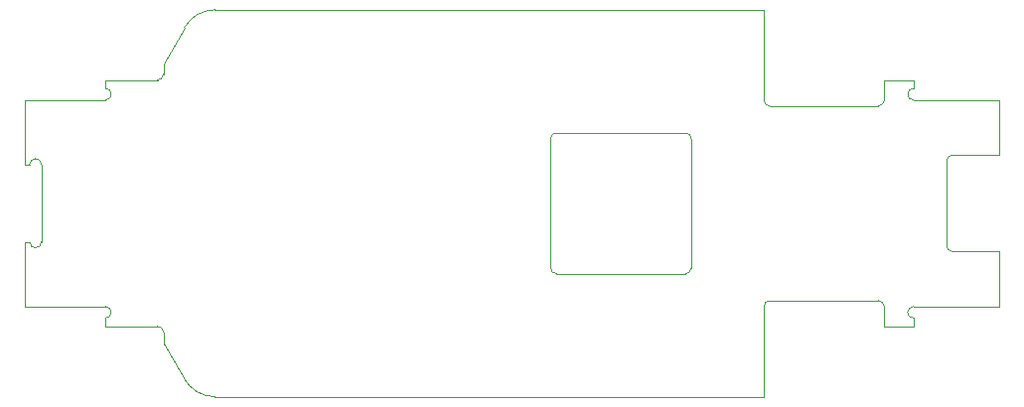
<source format=gko>
G04*
G04 #@! TF.GenerationSoftware,Altium Limited,Altium Designer,18.1.6 (161)*
G04*
G04 Layer_Color=16711935*
%FSLAX24Y24*%
%MOIN*%
G70*
G01*
G75*
%ADD139C,0.0039*%
G54D139*
X71043Y32559D02*
G03*
X70020Y31969I0J-1181D01*
G01*
Y20157D02*
G03*
X71043Y19567I1023J591D01*
G01*
X69114Y30197D02*
G03*
X69311Y30394I0J197D01*
G01*
Y21732D02*
G03*
X69114Y21929I-197J0D01*
G01*
X95591Y24646D02*
G03*
X95787Y24449I197J0D01*
G01*
Y27677D02*
G03*
X95591Y27480I0J-197D01*
G01*
X87028Y28228D02*
G03*
X86831Y28425I-197J0D01*
G01*
Y23701D02*
G03*
X87028Y23898I0J197D01*
G01*
X82303D02*
G03*
X82500Y23701I197J0D01*
G01*
Y28425D02*
G03*
X82303Y28228I0J-197D01*
G01*
X89468Y29528D02*
G03*
X89665Y29331I197J0D01*
G01*
Y22795D02*
G03*
X89468Y22598I0J-197D01*
G01*
X93307Y29331D02*
G03*
X93504Y29528I0J197D01*
G01*
Y22598D02*
G03*
X93307Y22795I-197J0D01*
G01*
X67362Y29528D02*
G03*
X67362Y29921I0J197D01*
G01*
Y22205D02*
G03*
X67362Y22598I0J197D01*
G01*
X64823Y24764D02*
G03*
X65217Y24764I197J0D01*
G01*
X65217Y27362D02*
G03*
X64823Y27362I-197J0D01*
G01*
X94488Y29921D02*
G03*
X94488Y29528I0J-197D01*
G01*
Y22598D02*
G03*
X94488Y22205I0J-197D01*
G01*
X71043Y32559D02*
X89468Y32559D01*
X69311Y30758D02*
X70017Y31970D01*
X69311Y21368D02*
X70017Y20156D01*
X71043Y19567D02*
X89468Y19567D01*
X67362Y30197D02*
X69114D01*
X69311Y30394D02*
Y30758D01*
Y21368D02*
Y21732D01*
X64665Y27362D02*
Y29528D01*
X82500Y23701D02*
X86831D01*
X82500Y28425D02*
X86831D01*
X82303Y23898D02*
Y28228D01*
X87028Y23898D02*
Y28228D01*
X89468Y29528D02*
Y32559D01*
Y19567D02*
Y22598D01*
X97362Y27677D02*
Y29528D01*
Y22598D02*
Y24449D01*
X95787Y27677D02*
X97362D01*
X95591Y24646D02*
Y27480D01*
X95787Y24449D02*
X97362D01*
X65217Y24764D02*
Y27362D01*
X64665D02*
X64823D01*
X64665Y22598D02*
Y24764D01*
X64823D01*
X94488Y29921D02*
Y30197D01*
X93504Y29528D02*
Y30197D01*
X94488D01*
X94488Y29528D02*
X97362D01*
X89665Y29331D02*
X93307D01*
X89665Y22795D02*
X93307D01*
X94488Y22598D02*
X97362D01*
X93504Y21929D02*
X94488D01*
X93504D02*
Y22598D01*
X94488Y21929D02*
Y22205D01*
X64665Y29528D02*
X67362D01*
Y29921D02*
Y30197D01*
Y21929D02*
Y22205D01*
Y21929D02*
X69114D01*
X64665Y22598D02*
X67362D01*
M02*

</source>
